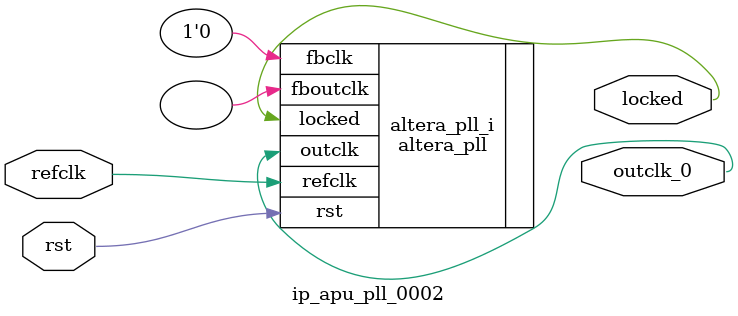
<source format=v>
`timescale 1ns/10ps
module  ip_apu_pll_0002(

	// interface 'refclk'
	input wire refclk,

	// interface 'reset'
	input wire rst,

	// interface 'outclk0'
	output wire outclk_0,

	// interface 'locked'
	output wire locked
);

	altera_pll #(
		.fractional_vco_multiplier("false"),
		.reference_clock_frequency("50.0 MHz"),
		.operation_mode("direct"),
		.number_of_clocks(1),
		.output_clock_frequency0("24.750000 MHz"),
		.phase_shift0("0 ps"),
		.duty_cycle0(50),
		.output_clock_frequency1("0 MHz"),
		.phase_shift1("0 ps"),
		.duty_cycle1(50),
		.output_clock_frequency2("0 MHz"),
		.phase_shift2("0 ps"),
		.duty_cycle2(50),
		.output_clock_frequency3("0 MHz"),
		.phase_shift3("0 ps"),
		.duty_cycle3(50),
		.output_clock_frequency4("0 MHz"),
		.phase_shift4("0 ps"),
		.duty_cycle4(50),
		.output_clock_frequency5("0 MHz"),
		.phase_shift5("0 ps"),
		.duty_cycle5(50),
		.output_clock_frequency6("0 MHz"),
		.phase_shift6("0 ps"),
		.duty_cycle6(50),
		.output_clock_frequency7("0 MHz"),
		.phase_shift7("0 ps"),
		.duty_cycle7(50),
		.output_clock_frequency8("0 MHz"),
		.phase_shift8("0 ps"),
		.duty_cycle8(50),
		.output_clock_frequency9("0 MHz"),
		.phase_shift9("0 ps"),
		.duty_cycle9(50),
		.output_clock_frequency10("0 MHz"),
		.phase_shift10("0 ps"),
		.duty_cycle10(50),
		.output_clock_frequency11("0 MHz"),
		.phase_shift11("0 ps"),
		.duty_cycle11(50),
		.output_clock_frequency12("0 MHz"),
		.phase_shift12("0 ps"),
		.duty_cycle12(50),
		.output_clock_frequency13("0 MHz"),
		.phase_shift13("0 ps"),
		.duty_cycle13(50),
		.output_clock_frequency14("0 MHz"),
		.phase_shift14("0 ps"),
		.duty_cycle14(50),
		.output_clock_frequency15("0 MHz"),
		.phase_shift15("0 ps"),
		.duty_cycle15(50),
		.output_clock_frequency16("0 MHz"),
		.phase_shift16("0 ps"),
		.duty_cycle16(50),
		.output_clock_frequency17("0 MHz"),
		.phase_shift17("0 ps"),
		.duty_cycle17(50),
		.pll_type("General"),
		.pll_subtype("General")
	) altera_pll_i (
		.rst	(rst),
		.outclk	({outclk_0}),
		.locked	(locked),
		.fboutclk	( ),
		.fbclk	(1'b0),
		.refclk	(refclk)
	);
endmodule


</source>
